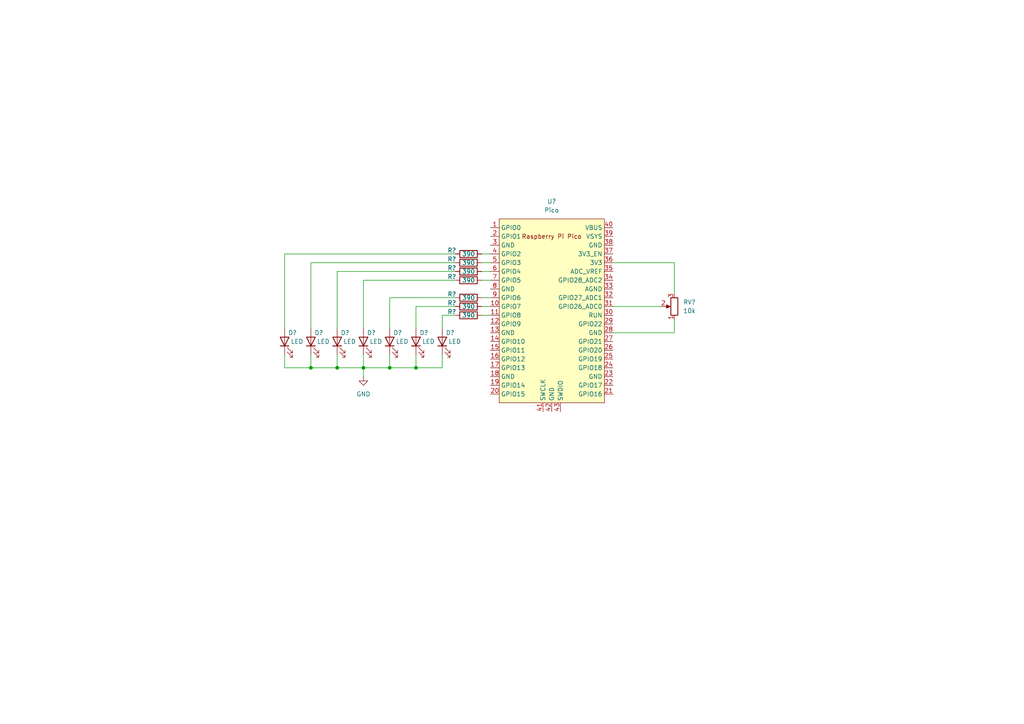
<source format=kicad_sch>
(kicad_sch (version 20231120) (generator "eeschema") (generator_version "8.0")
  (paper "A4")
  (lib_symbols
    (symbol "Device:LED" (pin_numbers hide) (pin_names (offset 1.016) hide)
      (property "Reference" "D" (at 0 2.54 0))
      (property "Value" "LED" (at 0 -2.54 0))
      (symbol "LED_0_1"
        (polyline (pts (xy -1.27 -1.27) (xy -1.27 1.27)) (stroke (width 0.254)))
        (polyline (pts (xy -1.27 0) (xy 1.27 0)))
        (polyline (pts (xy 1.27 -1.27) (xy 1.27 1.27) (xy -1.27 0) (xy 1.27 -1.27)) (stroke (width 0.254)))
        (polyline (pts (xy -3.048 -0.762) (xy -4.572 -2.286) (xy -3.81 -2.286) (xy -4.572 -2.286) (xy -4.572 -1.524)))
        (polyline (pts (xy -1.778 -0.762) (xy -3.302 -2.286) (xy -2.54 -2.286) (xy -3.302 -2.286) (xy -3.302 -1.524)))
      )
      (symbol "LED_1_1"
        (pin passive line (at -3.81 0 0) (length 2.54) (name "K") (number "1"))
        (pin passive line (at 3.81 0 180) (length 2.54) (name "A") (number "2"))
      )
    )
    (symbol "Device:R" (pin_numbers hide) (pin_names (offset 0))
      (property "Reference" "R" (at 2.032 0 90))
      (property "Value" "R" (at 0 0 90))
      (symbol "R_0_1"
        (rectangle (start -1.016 -2.54) (end 1.016 2.54) (stroke (width 0.254)))
      )
      (symbol "R_1_1"
        (pin passive line (at 0 3.81 270) (length 1.27) (name "~") (number "1"))
        (pin passive line (at 0 -3.81 90) (length 1.27) (name "~") (number "2"))
      )
    )
    (symbol "Device:R_Potentiometer" (pin_names (offset 1.016) hide)
      (property "Reference" "RV" (at -4.445 0 90))
      (property "Value" "R_Potentiometer" (at -2.54 0 90))
      (symbol "R_Potentiometer_0_1"
        (polyline (pts (xy 2.54 0) (xy 1.524 0)))
        (polyline (pts (xy 1.143 0) (xy 2.286 0.508) (xy 2.286 -0.508) (xy 1.143 0)) (fill (type outline)))
        (rectangle (start 1.016 2.54) (end -1.016 -2.54) (stroke (width 0.254)))
      )
      (symbol "R_Potentiometer_1_1"
        (pin passive line (at 0 3.81 270) (length 1.27) (name "1") (number "1"))
        (pin passive line (at 3.81 0 180) (length 1.27) (name "2") (number "2"))
        (pin passive line (at 0 -3.81 90) (length 1.27) (name "3") (number "3"))
      )
    )
    (symbol "MCU_RaspberryPi_and_Boards:Pico"
      (property "Reference" "U" (at -13.97 27.94 0))
      (property "Value" "Pico" (at 0 19.05 0))
      (symbol "Pico_0_0"
        (text "Raspberry Pi Pico" (at 0 21.59 0) (effects (font (size 1.27 1.27))))
      )
      (symbol "Pico_0_1"
        (rectangle (start -15.24 26.67) (end 15.24 -26.67) (fill (type background)))
      )
      (symbol "Pico_1_1"
        (pin bidirectional line (at -17.78 24.13 0) (length 2.54) (name "GPIO0") (number "1"))
        (pin bidirectional line (at -17.78 1.27 0) (length 2.54) (name "GPIO7") (number "10"))
        (pin bidirectional line (at -17.78 -1.27 0) (length 2.54) (name "GPIO8") (number "11"))
        (pin bidirectional line (at -17.78 -3.81 0) (length 2.54) (name "GPIO9") (number "12"))
        (pin power_in line (at -17.78 -6.35 0) (length 2.54) (name "GND") (number "13"))
        (pin bidirectional line (at -17.78 -8.89 0) (length 2.54) (name "GPIO10") (number "14"))
        (pin bidirectional line (at -17.78 -11.43 0) (length 2.54) (name "GPIO11") (number "15"))
        (pin bidirectional line (at -17.78 -13.97 0) (length 2.54) (name "GPIO12") (number "16"))
        (pin bidirectional line (at -17.78 -16.51 0) (length 2.54) (name "GPIO13") (number "17"))
        (pin power_in line (at -17.78 -19.05 0) (length 2.54) (name "GND") (number "18"))
        (pin bidirectional line (at -17.78 -21.59 0) (length 2.54) (name "GPIO14") (number "19"))
        (pin bidirectional line (at -17.78 21.59 0) (length 2.54) (name "GPIO1") (number "2"))
        (pin bidirectional line (at -17.78 -24.13 0) (length 2.54) (name "GPIO15") (number "20"))
        (pin bidirectional line (at 17.78 -24.13 180) (length 2.54) (name "GPIO16") (number "21"))
        (pin bidirectional line (at 17.78 -21.59 180) (length 2.54) (name "GPIO17") (number "22"))
        (pin power_in line (at 17.78 -19.05 180) (length 2.54) (name "GND") (number "23"))
        (pin bidirectional line (at 17.78 -16.51 180) (length 2.54) (name "GPIO18") (number "24"))
        (pin bidirectional line (at 17.78 -13.97 180) (length 2.54) (name "GPIO19") (number "25"))
        (pin bidirectional line (at 17.78 -11.43 180) (length 2.54) (name "GPIO20") (number "26"))
        (pin bidirectional line (at 17.78 -8.89 180) (length 2.54) (name "GPIO21") (number "27"))
        (pin power_in line (at 17.78 -6.35 180) (length 2.54) (name "GND") (number "28"))
        (pin bidirectional line (at 17.78 -3.81 180) (length 2.54) (name "GPIO22") (number "29"))
        (pin power_in line (at -17.78 19.05 0) (length 2.54) (name "GND") (number "3"))
        (pin input line (at 17.78 -1.27 180) (length 2.54) (name "RUN") (number "30"))
        (pin bidirectional line (at 17.78 1.27 180) (length 2.54) (name "GPIO26_ADC0") (number "31"))
        (pin bidirectional line (at 17.78 3.81 180) (length 2.54) (name "GPIO27_ADC1") (number "32"))
        (pin power_in line (at 17.78 6.35 180) (length 2.54) (name "AGND") (number "33"))
        (pin bidirectional line (at 17.78 8.89 180) (length 2.54) (name "GPIO28_ADC2") (number "34"))
        (pin power_in line (at 17.78 11.43 180) (length 2.54) (name "ADC_VREF") (number "35"))
        (pin power_in line (at 17.78 13.97 180) (length 2.54) (name "3V3") (number "36"))
        (pin input line (at 17.78 16.51 180) (length 2.54) (name "3V3_EN") (number "37"))
        (pin bidirectional line (at 17.78 19.05 180) (length 2.54) (name "GND") (number "38"))
        (pin power_in line (at 17.78 21.59 180) (length 2.54) (name "VSYS") (number "39"))
        (pin bidirectional line (at -17.78 16.51 0) (length 2.54) (name "GPIO2") (number "4"))
        (pin power_in line (at 17.78 24.13 180) (length 2.54) (name "VBUS") (number "40"))
        (pin input line (at -2.54 -29.21 90) (length 2.54) (name "SWCLK") (number "41"))
        (pin power_in line (at 0 -29.21 90) (length 2.54) (name "GND") (number "42"))
        (pin bidirectional line (at 2.54 -29.21 90) (length 2.54) (name "SWDIO") (number "43"))
        (pin bidirectional line (at -17.78 13.97 0) (length 2.54) (name "GPIO3") (number "5"))
        (pin bidirectional line (at -17.78 11.43 0) (length 2.54) (name "GPIO4") (number "6"))
        (pin bidirectional line (at -17.78 8.89 0) (length 2.54) (name "GPIO5") (number "7"))
        (pin power_in line (at -17.78 6.35 0) (length 2.54) (name "GND") (number "8"))
        (pin bidirectional line (at -17.78 3.81 0) (length 2.54) (name "GPIO6") (number "9"))
      )
    )
    (symbol "power:GND" (power) (pin_numbers hide) (pin_names (offset 0) hide)
      (property "Value" "GND" (at 0 -3.81 0))
      (symbol "GND_0_1"
        (polyline (pts (xy 0 0) (xy 0 -1.27) (xy 1.27 -1.27) (xy 0 -2.54) (xy -1.27 -1.27) (xy 0 -1.27)))
      )
      (symbol "GND_1_1"
        (pin power_in line (at 0 0 270) (length 0) (name "~") (number "1"))
      )
    )
  )
  (junction (at 97.79 106.68))
  (junction (at 113.03 106.68))
  (junction (at 90.17 106.68))
  (junction (at 120.65 106.68))
  (junction (at 105.41 106.68))
  (wire (pts (xy 132.08 76.2) (xy 90.17 76.2)))
  (wire (pts (xy 105.41 95.25) (xy 105.41 81.28)))
  (wire (pts (xy 177.8 96.52) (xy 195.58 96.52)))
  (wire (pts (xy 139.7 86.36) (xy 142.24 86.36)))
  (wire (pts (xy 113.03 86.36) (xy 113.03 95.25)))
  (wire (pts (xy 195.58 76.2) (xy 195.58 85.09)))
  (wire (pts (xy 82.55 106.68) (xy 90.17 106.68)))
  (wire (pts (xy 90.17 106.68) (xy 97.79 106.68)))
  (wire (pts (xy 139.7 78.74) (xy 142.24 78.74)))
  (wire (pts (xy 128.27 91.44) (xy 128.27 95.25)))
  (wire (pts (xy 82.55 102.87) (xy 82.55 106.68)))
  (wire (pts (xy 105.41 81.28) (xy 132.08 81.28)))
  (wire (pts (xy 139.7 81.28) (xy 142.24 81.28)))
  (wire (pts (xy 120.65 102.87) (xy 120.65 106.68)))
  (wire (pts (xy 120.65 95.25) (xy 120.65 88.9)))
  (wire (pts (xy 82.55 73.66) (xy 82.55 95.25)))
  (wire (pts (xy 120.65 88.9) (xy 132.08 88.9)))
  (wire (pts (xy 97.79 102.87) (xy 97.79 106.68)))
  (wire (pts (xy 139.7 88.9) (xy 142.24 88.9)))
  (wire (pts (xy 90.17 76.2) (xy 90.17 95.25)))
  (wire (pts (xy 113.03 106.68) (xy 120.65 106.68)))
  (wire (pts (xy 113.03 102.87) (xy 113.03 106.68)))
  (wire (pts (xy 177.8 88.9) (xy 191.77 88.9)))
  (wire (pts (xy 105.41 102.87) (xy 105.41 106.68)))
  (wire (pts (xy 105.41 106.68) (xy 113.03 106.68)))
  (wire (pts (xy 139.7 73.66) (xy 142.24 73.66)))
  (wire (pts (xy 139.7 76.2) (xy 142.24 76.2)))
  (wire (pts (xy 128.27 106.68) (xy 128.27 102.87)))
  (wire (pts (xy 177.8 76.2) (xy 195.58 76.2)))
  (wire (pts (xy 132.08 91.44) (xy 128.27 91.44)))
  (wire (pts (xy 195.58 96.52) (xy 195.58 92.71)))
  (wire (pts (xy 120.65 106.68) (xy 128.27 106.68)))
  (wire (pts (xy 105.41 106.68) (xy 105.41 109.22)))
  (wire (pts (xy 97.79 78.74) (xy 97.79 95.25)))
  (wire (pts (xy 132.08 86.36) (xy 113.03 86.36)))
  (wire (pts (xy 132.08 73.66) (xy 82.55 73.66)))
  (wire (pts (xy 132.08 78.74) (xy 97.79 78.74)))
  (wire (pts (xy 139.7 91.44) (xy 142.24 91.44)))
  (wire (pts (xy 90.17 102.87) (xy 90.17 106.68)))
  (wire (pts (xy 97.79 106.68) (xy 105.41 106.68)))
  (symbol (lib_id "Device:R") (at 135.89 91.44 90) (unit 1)
    (property "Reference" "R?" (at 131.064 90.424 90))
    (property "Value" "390" (at 135.89 91.44 90))
    (property "Description" "Resistor" (effects (hide yes)))
  )
  (symbol (lib_id "Device:LED") (at 97.79 99.06 90) (unit 1)
    (property "Reference" "D?" (at 98.806 96.52 90) (effects (justify right)))
    (property "Value" "LED" (at 99.568 99.06 90) (effects (justify right)))
    (property "Description" "Light emitting diode" (effects (hide yes)))
  )
  (symbol (lib_id "Device:R") (at 135.89 88.9 90) (unit 1)
    (property "Reference" "R?" (at 131.064 87.884 90))
    (property "Value" "390" (at 135.89 88.9 90))
    (property "Description" "Resistor" (effects (hide yes)))
  )
  (symbol (lib_id "Device:LED") (at 82.55 99.06 90) (unit 1)
    (property "Reference" "D?" (at 83.566 96.52 90) (effects (justify right)))
    (property "Value" "LED" (at 84.328 99.06 90) (effects (justify right)))
    (property "Description" "Light emitting diode" (effects (hide yes)))
  )
  (symbol (lib_id "MCU_RaspberryPi_and_Boards:Pico") (at 160.02 90.17 0) (unit 1)
    (property "Reference" "U?" (at 160.02 58.42 0))
    (property "Value" "Pico" (at 160.02 60.96 0))
    (property "Footprint" "RPi_Pico:RPi_Pico_SMD_TH" (effects (hide yes)))
  )
  (symbol (lib_id "Device:LED") (at 120.65 99.06 90) (unit 1)
    (property "Reference" "D?" (at 121.666 96.52 90) (effects (justify right)))
    (property "Value" "LED" (at 122.428 99.06 90) (effects (justify right)))
    (property "Description" "Light emitting diode" (effects (hide yes)))
  )
  (symbol (lib_id "Device:R") (at 135.89 73.66 90) (unit 1)
    (property "Reference" "R?" (at 131.064 72.644 90))
    (property "Value" "390" (at 135.89 73.66 90))
    (property "Description" "Resistor" (effects (hide yes)))
  )
  (symbol (lib_id "Device:LED") (at 128.27 99.06 90) (unit 1)
    (property "Reference" "D?" (at 129.286 96.52 90) (effects (justify right)))
    (property "Value" "LED" (at 130.048 99.06 90) (effects (justify right)))
    (property "Description" "Light emitting diode" (effects (hide yes)))
  )
  (symbol (lib_id "Device:R") (at 135.89 78.74 90) (unit 1)
    (property "Reference" "R?" (at 131.064 77.724 90))
    (property "Value" "390" (at 135.89 78.74 90))
    (property "Description" "Resistor" (effects (hide yes)))
  )
  (symbol (lib_id "Device:LED") (at 113.03 99.06 90) (unit 1)
    (property "Reference" "D?" (at 114.046 96.52 90) (effects (justify right)))
    (property "Value" "LED" (at 114.808 99.06 90) (effects (justify right)))
    (property "Description" "Light emitting diode" (effects (hide yes)))
  )
  (symbol (lib_id "Device:R") (at 135.89 86.36 90) (unit 1)
    (property "Reference" "R?" (at 131.064 85.344 90))
    (property "Value" "390" (at 135.89 86.36 90))
    (property "Description" "Resistor" (effects (hide yes)))
  )
  (symbol (lib_id "Device:R_Potentiometer") (at 195.58 88.9 180) (unit 1)
    (property "Reference" "RV?" (at 198.12 87.6299 0) (effects (justify right)))
    (property "Value" "10k" (at 198.12 90.1699 0) (effects (justify right)))
    (property "Description" "Potentiometer" (effects (hide yes)))
  )
  (symbol (lib_id "Device:R") (at 135.89 81.28 90) (unit 1)
    (property "Reference" "R?" (at 131.064 80.264 90))
    (property "Value" "390" (at 135.89 81.28 90))
    (property "Description" "Resistor" (effects (hide yes)))
  )
  (symbol (lib_id "Device:LED") (at 90.17 99.06 90) (unit 1)
    (property "Reference" "D?" (at 91.186 96.52 90) (effects (justify right)))
    (property "Value" "LED" (at 91.948 99.06 90) (effects (justify right)))
    (property "Description" "Light emitting diode" (effects (hide yes)))
  )
  (symbol (lib_id "Device:LED") (at 105.41 99.06 90) (unit 1)
    (property "Reference" "D?" (at 106.426 96.52 90) (effects (justify right)))
    (property "Value" "LED" (at 107.188 99.06 90) (effects (justify right)))
    (property "Description" "Light emitting diode" (effects (hide yes)))
  )
  (symbol (lib_id "power:GND") (at 105.41 109.22 0) (unit 1)
    (property "Reference" "#PWR01" (effects (hide yes)))
    (property "Value" "GND" (at 105.41 114.3 0))
    (property "Description" "Power symbol creates a global label with name \"GND\" , ground" (effects (hide yes)))
  )
  (symbol (lib_id "Device:R") (at 135.89 76.2 90) (unit 1)
    (property "Reference" "R?" (at 131.064 75.184 90))
    (property "Value" "390" (at 135.89 76.2 90))
    (property "Description" "Resistor" (effects (hide yes)))
  )
)
</source>
